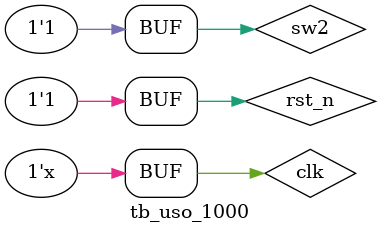
<source format=sv>
`timescale 1ns / 100ps
module tb_uso_1000;
logic clk;
logic rst_n;
logic sw2;

initial begin
clk = 1'b1;
rst_n = 1'b0;
#200 rst_n = 1'b1;
end

always# 2.5 clk = ~clk;
assign sw2 = 1'b1;


uart_send_output_1000 u_uso1000(
	.clk          (clk),
	.rst_n        (rst_n),
	.current_state(4'd1),
	.sw2          (sw2),
	.addr_start   ('d0),
    .send_en      (),                   //·¢ËÍÊ¹ÄÜÐÅºÅ
    .send_data    ()         //´ý·¢ËÍÊý¾Ý
);

endmodule

</source>
